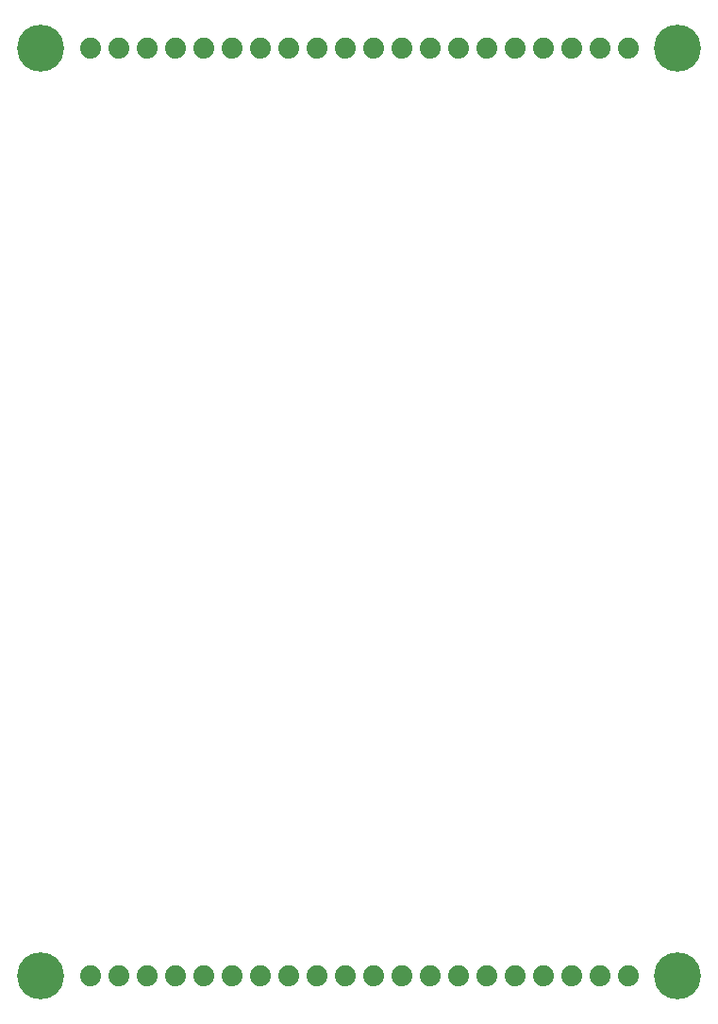
<source format=gbr>
G04 EAGLE Gerber RS-274X export*
G75*
%MOMM*%
%FSLAX34Y34*%
%LPD*%
%INSoldermask Bottom*%
%IPPOS*%
%AMOC8*
5,1,8,0,0,1.08239X$1,22.5*%
G01*
%ADD10C,4.219200*%
%ADD11C,1.879600*%


D10*
X-285750Y-406400D03*
X285750Y-406400D03*
X-285750Y425450D03*
X285750Y425450D03*
D11*
X241300Y-406400D03*
X215900Y-406400D03*
X190500Y-406400D03*
X165100Y-406400D03*
X139700Y-406400D03*
X114300Y-406400D03*
X88900Y-406400D03*
X63500Y-406400D03*
X38100Y-406400D03*
X12700Y-406400D03*
X-12700Y-406400D03*
X-38100Y-406400D03*
X-63500Y-406400D03*
X-88900Y-406400D03*
X-114300Y-406400D03*
X-139700Y-406400D03*
X-165100Y-406400D03*
X-190500Y-406400D03*
X-215900Y-406400D03*
X-241300Y-406400D03*
X241300Y425450D03*
X215900Y425450D03*
X190500Y425450D03*
X165100Y425450D03*
X139700Y425450D03*
X114300Y425450D03*
X88900Y425450D03*
X63500Y425450D03*
X38100Y425450D03*
X12700Y425450D03*
X-12700Y425450D03*
X-38100Y425450D03*
X-63500Y425450D03*
X-88900Y425450D03*
X-114300Y425450D03*
X-139700Y425450D03*
X-165100Y425450D03*
X-190500Y425450D03*
X-215900Y425450D03*
X-241300Y425450D03*
M02*

</source>
